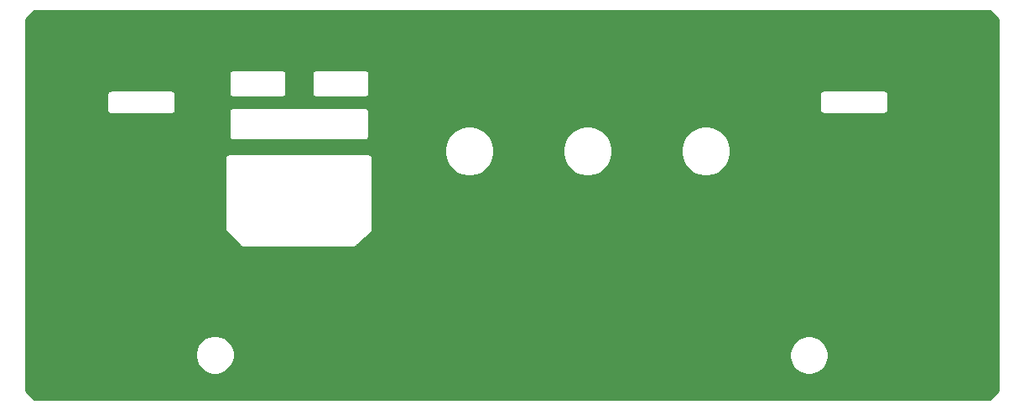
<source format=gbr>
%TF.GenerationSoftware,KiCad,Pcbnew,(5.1.9)-1*%
%TF.CreationDate,2021-11-23T16:03:36+00:00*%
%TF.ProjectId,RGBtoHDMI Amiga Denise CPLD FFC - CDTV Video Slot - Face Plate,52474274-6f48-4444-9d49-20416d696761,1*%
%TF.SameCoordinates,Original*%
%TF.FileFunction,Copper,L2,Bot*%
%TF.FilePolarity,Positive*%
%FSLAX46Y46*%
G04 Gerber Fmt 4.6, Leading zero omitted, Abs format (unit mm)*
G04 Created by KiCad (PCBNEW (5.1.9)-1) date 2021-11-23 16:03:36*
%MOMM*%
%LPD*%
G01*
G04 APERTURE LIST*
%TA.AperFunction,NonConductor*%
%ADD10C,0.254000*%
%TD*%
%TA.AperFunction,NonConductor*%
%ADD11C,0.100000*%
%TD*%
G04 APERTURE END LIST*
D10*
X168592900Y-61276461D02*
X168592901Y-98747990D01*
X167717240Y-99593800D01*
X71254209Y-99593800D01*
X70408400Y-98718140D01*
X70408400Y-94940589D01*
X87528600Y-94940589D01*
X87528600Y-95330811D01*
X87604729Y-95713536D01*
X87754061Y-96074055D01*
X87970857Y-96398514D01*
X88246786Y-96674443D01*
X88571245Y-96891239D01*
X88931764Y-97040571D01*
X89314489Y-97116700D01*
X89704711Y-97116700D01*
X90087436Y-97040571D01*
X90447955Y-96891239D01*
X90772414Y-96674443D01*
X91048343Y-96398514D01*
X91265139Y-96074055D01*
X91414471Y-95713536D01*
X91490600Y-95330811D01*
X91490600Y-94978689D01*
X147498000Y-94978689D01*
X147498000Y-95368911D01*
X147574129Y-95751636D01*
X147723461Y-96112155D01*
X147940257Y-96436614D01*
X148216186Y-96712543D01*
X148540645Y-96929339D01*
X148901164Y-97078671D01*
X149283889Y-97154800D01*
X149674111Y-97154800D01*
X150056836Y-97078671D01*
X150417355Y-96929339D01*
X150741814Y-96712543D01*
X151017743Y-96436614D01*
X151234539Y-96112155D01*
X151383871Y-95751636D01*
X151460000Y-95368911D01*
X151460000Y-94978689D01*
X151383871Y-94595964D01*
X151234539Y-94235445D01*
X151017743Y-93910986D01*
X150741814Y-93635057D01*
X150417355Y-93418261D01*
X150056836Y-93268929D01*
X149674111Y-93192800D01*
X149283889Y-93192800D01*
X148901164Y-93268929D01*
X148540645Y-93418261D01*
X148216186Y-93635057D01*
X147940257Y-93910986D01*
X147723461Y-94235445D01*
X147574129Y-94595964D01*
X147498000Y-94978689D01*
X91490600Y-94978689D01*
X91490600Y-94940589D01*
X91414471Y-94557864D01*
X91265139Y-94197345D01*
X91048343Y-93872886D01*
X90772414Y-93596957D01*
X90447955Y-93380161D01*
X90087436Y-93230829D01*
X89704711Y-93154700D01*
X89314489Y-93154700D01*
X88931764Y-93230829D01*
X88571245Y-93380161D01*
X88246786Y-93596957D01*
X87970857Y-93872886D01*
X87754061Y-94197345D01*
X87604729Y-94557864D01*
X87528600Y-94940589D01*
X70408400Y-94940589D01*
X70408400Y-75234800D01*
X90524036Y-75234800D01*
X90526001Y-75254751D01*
X90526000Y-82453867D01*
X90524037Y-82473800D01*
X90526000Y-82493733D01*
X90526000Y-82493740D01*
X90531875Y-82553389D01*
X90555090Y-82629920D01*
X90592790Y-82700452D01*
X90643526Y-82762274D01*
X90659024Y-82774993D01*
X92027816Y-84143786D01*
X92040526Y-84159274D01*
X92102347Y-84210010D01*
X92172879Y-84247710D01*
X92226194Y-84263883D01*
X92249409Y-84270925D01*
X92256904Y-84271663D01*
X92309059Y-84276800D01*
X92309066Y-84276800D01*
X92328999Y-84278763D01*
X92348932Y-84276800D01*
X103476212Y-84276800D01*
X103487280Y-84278378D01*
X103516095Y-84276800D01*
X103524941Y-84276800D01*
X103536018Y-84275709D01*
X103567134Y-84274005D01*
X103575746Y-84271796D01*
X103584590Y-84270925D01*
X103614417Y-84261877D01*
X103644602Y-84254135D01*
X103652612Y-84250291D01*
X103661121Y-84247710D01*
X103688626Y-84233008D01*
X103716704Y-84219534D01*
X103723807Y-84214204D01*
X103731653Y-84210010D01*
X103755758Y-84190227D01*
X103764644Y-84183559D01*
X103771150Y-84177595D01*
X103793474Y-84159274D01*
X103800573Y-84150624D01*
X105295162Y-82780586D01*
X105317474Y-82762274D01*
X105337243Y-82738186D01*
X105358044Y-82714974D01*
X105362570Y-82707325D01*
X105368210Y-82700453D01*
X105382903Y-82672965D01*
X105398772Y-82646147D01*
X105401719Y-82637762D01*
X105405910Y-82629921D01*
X105414958Y-82600095D01*
X105425290Y-82570696D01*
X105426544Y-82561897D01*
X105429125Y-82553390D01*
X105432181Y-82522361D01*
X105436578Y-82491521D01*
X105435000Y-82462712D01*
X105435000Y-75254741D01*
X105436964Y-75234800D01*
X105429125Y-75155210D01*
X105405910Y-75078679D01*
X105368210Y-75008147D01*
X105317474Y-74946326D01*
X105255653Y-74895590D01*
X105185121Y-74857890D01*
X105108590Y-74834675D01*
X105048941Y-74828800D01*
X105048940Y-74828800D01*
X105029000Y-74826836D01*
X105009059Y-74828800D01*
X90951941Y-74828800D01*
X90932000Y-74826836D01*
X90912060Y-74828800D01*
X90912059Y-74828800D01*
X90852410Y-74834675D01*
X90775879Y-74857890D01*
X90705347Y-74895590D01*
X90643526Y-74946326D01*
X90592790Y-75008147D01*
X90555090Y-75078679D01*
X90531875Y-75155210D01*
X90524036Y-75234800D01*
X70408400Y-75234800D01*
X70408400Y-74299718D01*
X112658000Y-74299718D01*
X112658000Y-74798282D01*
X112755265Y-75287265D01*
X112946057Y-75747878D01*
X113223044Y-76162418D01*
X113575582Y-76514956D01*
X113990122Y-76791943D01*
X114450735Y-76982735D01*
X114939718Y-77080000D01*
X115438282Y-77080000D01*
X115927265Y-76982735D01*
X116387878Y-76791943D01*
X116802418Y-76514956D01*
X117154956Y-76162418D01*
X117431943Y-75747878D01*
X117622735Y-75287265D01*
X117720000Y-74798282D01*
X117720000Y-74299718D01*
X124596000Y-74299718D01*
X124596000Y-74798282D01*
X124693265Y-75287265D01*
X124884057Y-75747878D01*
X125161044Y-76162418D01*
X125513582Y-76514956D01*
X125928122Y-76791943D01*
X126388735Y-76982735D01*
X126877718Y-77080000D01*
X127376282Y-77080000D01*
X127865265Y-76982735D01*
X128325878Y-76791943D01*
X128740418Y-76514956D01*
X129092956Y-76162418D01*
X129369943Y-75747878D01*
X129560735Y-75287265D01*
X129658000Y-74798282D01*
X129658000Y-74299718D01*
X136534000Y-74299718D01*
X136534000Y-74798282D01*
X136631265Y-75287265D01*
X136822057Y-75747878D01*
X137099044Y-76162418D01*
X137451582Y-76514956D01*
X137866122Y-76791943D01*
X138326735Y-76982735D01*
X138815718Y-77080000D01*
X139314282Y-77080000D01*
X139803265Y-76982735D01*
X140263878Y-76791943D01*
X140678418Y-76514956D01*
X141030956Y-76162418D01*
X141307943Y-75747878D01*
X141498735Y-75287265D01*
X141596000Y-74798282D01*
X141596000Y-74299718D01*
X141498735Y-73810735D01*
X141307943Y-73350122D01*
X141030956Y-72935582D01*
X140678418Y-72583044D01*
X140263878Y-72306057D01*
X139803265Y-72115265D01*
X139314282Y-72018000D01*
X138815718Y-72018000D01*
X138326735Y-72115265D01*
X137866122Y-72306057D01*
X137451582Y-72583044D01*
X137099044Y-72935582D01*
X136822057Y-73350122D01*
X136631265Y-73810735D01*
X136534000Y-74299718D01*
X129658000Y-74299718D01*
X129560735Y-73810735D01*
X129369943Y-73350122D01*
X129092956Y-72935582D01*
X128740418Y-72583044D01*
X128325878Y-72306057D01*
X127865265Y-72115265D01*
X127376282Y-72018000D01*
X126877718Y-72018000D01*
X126388735Y-72115265D01*
X125928122Y-72306057D01*
X125513582Y-72583044D01*
X125161044Y-72935582D01*
X124884057Y-73350122D01*
X124693265Y-73810735D01*
X124596000Y-74299718D01*
X117720000Y-74299718D01*
X117622735Y-73810735D01*
X117431943Y-73350122D01*
X117154956Y-72935582D01*
X116802418Y-72583044D01*
X116387878Y-72306057D01*
X115927265Y-72115265D01*
X115438282Y-72018000D01*
X114939718Y-72018000D01*
X114450735Y-72115265D01*
X113990122Y-72306057D01*
X113575582Y-72583044D01*
X113223044Y-72935582D01*
X112946057Y-73350122D01*
X112755265Y-73810735D01*
X112658000Y-74299718D01*
X70408400Y-74299718D01*
X70408400Y-68808600D01*
X78586036Y-68808600D01*
X78588000Y-68828541D01*
X78588001Y-70388849D01*
X78586036Y-70408800D01*
X78593875Y-70488390D01*
X78617090Y-70564921D01*
X78654790Y-70635453D01*
X78705526Y-70697274D01*
X78767347Y-70748010D01*
X78837879Y-70785710D01*
X78914410Y-70808925D01*
X78974059Y-70814800D01*
X78974060Y-70814800D01*
X78994000Y-70816764D01*
X79013941Y-70814800D01*
X85120859Y-70814800D01*
X85140800Y-70816764D01*
X85160740Y-70814800D01*
X85160741Y-70814800D01*
X85220390Y-70808925D01*
X85296921Y-70785710D01*
X85367453Y-70748010D01*
X85429274Y-70697274D01*
X85480010Y-70635453D01*
X85517710Y-70564921D01*
X85526543Y-70535800D01*
X90905036Y-70535800D01*
X90907000Y-70555741D01*
X90907001Y-73055849D01*
X90905036Y-73075800D01*
X90912875Y-73155390D01*
X90936090Y-73231921D01*
X90973790Y-73302453D01*
X91024526Y-73364274D01*
X91086347Y-73415010D01*
X91156879Y-73452710D01*
X91233410Y-73475925D01*
X91293059Y-73481800D01*
X91293060Y-73481800D01*
X91313000Y-73483764D01*
X91332941Y-73481800D01*
X104628060Y-73481800D01*
X104648000Y-73483764D01*
X104727590Y-73475925D01*
X104804121Y-73452710D01*
X104874653Y-73415010D01*
X104936474Y-73364274D01*
X104987210Y-73302453D01*
X105024910Y-73231921D01*
X105048125Y-73155390D01*
X105054000Y-73095741D01*
X105055964Y-73075800D01*
X105054000Y-73055859D01*
X105054000Y-70555741D01*
X105055964Y-70535800D01*
X105048125Y-70456210D01*
X105024910Y-70379679D01*
X104987210Y-70309147D01*
X104936474Y-70247326D01*
X104874653Y-70196590D01*
X104804121Y-70158890D01*
X104727590Y-70135675D01*
X104667941Y-70129800D01*
X104667940Y-70129800D01*
X104648000Y-70127836D01*
X104628059Y-70129800D01*
X91332940Y-70129800D01*
X91313000Y-70127836D01*
X91293059Y-70129800D01*
X91233410Y-70135675D01*
X91156879Y-70158890D01*
X91086347Y-70196590D01*
X91024526Y-70247326D01*
X90973790Y-70309147D01*
X90936090Y-70379679D01*
X90912875Y-70456210D01*
X90905036Y-70535800D01*
X85526543Y-70535800D01*
X85540925Y-70488390D01*
X85548764Y-70408800D01*
X85546800Y-70388859D01*
X85546800Y-68828541D01*
X85548764Y-68808600D01*
X85540925Y-68729010D01*
X85517710Y-68652479D01*
X85480010Y-68581947D01*
X85429274Y-68520126D01*
X85367453Y-68469390D01*
X85296921Y-68431690D01*
X85220390Y-68408475D01*
X85160741Y-68402600D01*
X85140800Y-68400636D01*
X85120860Y-68402600D01*
X79013940Y-68402600D01*
X78994000Y-68400636D01*
X78974059Y-68402600D01*
X78914410Y-68408475D01*
X78837879Y-68431690D01*
X78767347Y-68469390D01*
X78705526Y-68520126D01*
X78654790Y-68581947D01*
X78617090Y-68652479D01*
X78593875Y-68729010D01*
X78586036Y-68808600D01*
X70408400Y-68808600D01*
X70408400Y-66725800D01*
X90917736Y-66725800D01*
X90919700Y-66745741D01*
X90919701Y-68712449D01*
X90917736Y-68732400D01*
X90925575Y-68811990D01*
X90948790Y-68888521D01*
X90986490Y-68959053D01*
X91037226Y-69020874D01*
X91099047Y-69071610D01*
X91169579Y-69109310D01*
X91246110Y-69132525D01*
X91305759Y-69138400D01*
X91305760Y-69138400D01*
X91325700Y-69140364D01*
X91345641Y-69138400D01*
X96296859Y-69138400D01*
X96316800Y-69140364D01*
X96336740Y-69138400D01*
X96336741Y-69138400D01*
X96396390Y-69132525D01*
X96472921Y-69109310D01*
X96543453Y-69071610D01*
X96605274Y-69020874D01*
X96656010Y-68959053D01*
X96693710Y-68888521D01*
X96716925Y-68811990D01*
X96724764Y-68732400D01*
X96722800Y-68712459D01*
X96722800Y-66745741D01*
X96723513Y-66738500D01*
X99287036Y-66738500D01*
X99289000Y-66758441D01*
X99289001Y-68725149D01*
X99287036Y-68745100D01*
X99294875Y-68824690D01*
X99318090Y-68901221D01*
X99355790Y-68971753D01*
X99406526Y-69033574D01*
X99468347Y-69084310D01*
X99538879Y-69122010D01*
X99615410Y-69145225D01*
X99675059Y-69151100D01*
X99675060Y-69151100D01*
X99695000Y-69153064D01*
X99714941Y-69151100D01*
X104678859Y-69151100D01*
X104698800Y-69153064D01*
X104718740Y-69151100D01*
X104718741Y-69151100D01*
X104778390Y-69145225D01*
X104854921Y-69122010D01*
X104925453Y-69084310D01*
X104987274Y-69033574D01*
X105038010Y-68971753D01*
X105075710Y-68901221D01*
X105098925Y-68824690D01*
X105101760Y-68795900D01*
X150518836Y-68795900D01*
X150520800Y-68815841D01*
X150520801Y-70376149D01*
X150518836Y-70396100D01*
X150526675Y-70475690D01*
X150549890Y-70552221D01*
X150587590Y-70622753D01*
X150638326Y-70684574D01*
X150700147Y-70735310D01*
X150770679Y-70773010D01*
X150847210Y-70796225D01*
X150906859Y-70802100D01*
X150906860Y-70802100D01*
X150926800Y-70804064D01*
X150946741Y-70802100D01*
X157066359Y-70802100D01*
X157086300Y-70804064D01*
X157106240Y-70802100D01*
X157106241Y-70802100D01*
X157165890Y-70796225D01*
X157242421Y-70773010D01*
X157312953Y-70735310D01*
X157374774Y-70684574D01*
X157425510Y-70622753D01*
X157463210Y-70552221D01*
X157486425Y-70475690D01*
X157494264Y-70396100D01*
X157492300Y-70376159D01*
X157492300Y-68815841D01*
X157494264Y-68795900D01*
X157486425Y-68716310D01*
X157463210Y-68639779D01*
X157425510Y-68569247D01*
X157374774Y-68507426D01*
X157312953Y-68456690D01*
X157242421Y-68418990D01*
X157165890Y-68395775D01*
X157106241Y-68389900D01*
X157086300Y-68387936D01*
X157066360Y-68389900D01*
X150946740Y-68389900D01*
X150926800Y-68387936D01*
X150906859Y-68389900D01*
X150847210Y-68395775D01*
X150770679Y-68418990D01*
X150700147Y-68456690D01*
X150638326Y-68507426D01*
X150587590Y-68569247D01*
X150549890Y-68639779D01*
X150526675Y-68716310D01*
X150518836Y-68795900D01*
X105101760Y-68795900D01*
X105106764Y-68745100D01*
X105104800Y-68725159D01*
X105104800Y-66758441D01*
X105106764Y-66738500D01*
X105098925Y-66658910D01*
X105075710Y-66582379D01*
X105038010Y-66511847D01*
X104987274Y-66450026D01*
X104925453Y-66399290D01*
X104854921Y-66361590D01*
X104778390Y-66338375D01*
X104718741Y-66332500D01*
X104698800Y-66330536D01*
X104678860Y-66332500D01*
X99714940Y-66332500D01*
X99695000Y-66330536D01*
X99675059Y-66332500D01*
X99615410Y-66338375D01*
X99538879Y-66361590D01*
X99468347Y-66399290D01*
X99406526Y-66450026D01*
X99355790Y-66511847D01*
X99318090Y-66582379D01*
X99294875Y-66658910D01*
X99287036Y-66738500D01*
X96723513Y-66738500D01*
X96724764Y-66725800D01*
X96716925Y-66646210D01*
X96693710Y-66569679D01*
X96656010Y-66499147D01*
X96605274Y-66437326D01*
X96543453Y-66386590D01*
X96472921Y-66348890D01*
X96396390Y-66325675D01*
X96336741Y-66319800D01*
X96316800Y-66317836D01*
X96296860Y-66319800D01*
X91345640Y-66319800D01*
X91325700Y-66317836D01*
X91305759Y-66319800D01*
X91246110Y-66325675D01*
X91169579Y-66348890D01*
X91099047Y-66386590D01*
X91037226Y-66437326D01*
X90986490Y-66499147D01*
X90948790Y-66569679D01*
X90925575Y-66646210D01*
X90917736Y-66725800D01*
X70408400Y-66725800D01*
X70408400Y-61259308D01*
X71284084Y-60413478D01*
X167747113Y-60400822D01*
X168592900Y-61276461D01*
%TA.AperFunction,NonConductor*%
D11*
G36*
X168592900Y-61276461D02*
G01*
X168592901Y-98747990D01*
X167717240Y-99593800D01*
X71254209Y-99593800D01*
X70408400Y-98718140D01*
X70408400Y-94940589D01*
X87528600Y-94940589D01*
X87528600Y-95330811D01*
X87604729Y-95713536D01*
X87754061Y-96074055D01*
X87970857Y-96398514D01*
X88246786Y-96674443D01*
X88571245Y-96891239D01*
X88931764Y-97040571D01*
X89314489Y-97116700D01*
X89704711Y-97116700D01*
X90087436Y-97040571D01*
X90447955Y-96891239D01*
X90772414Y-96674443D01*
X91048343Y-96398514D01*
X91265139Y-96074055D01*
X91414471Y-95713536D01*
X91490600Y-95330811D01*
X91490600Y-94978689D01*
X147498000Y-94978689D01*
X147498000Y-95368911D01*
X147574129Y-95751636D01*
X147723461Y-96112155D01*
X147940257Y-96436614D01*
X148216186Y-96712543D01*
X148540645Y-96929339D01*
X148901164Y-97078671D01*
X149283889Y-97154800D01*
X149674111Y-97154800D01*
X150056836Y-97078671D01*
X150417355Y-96929339D01*
X150741814Y-96712543D01*
X151017743Y-96436614D01*
X151234539Y-96112155D01*
X151383871Y-95751636D01*
X151460000Y-95368911D01*
X151460000Y-94978689D01*
X151383871Y-94595964D01*
X151234539Y-94235445D01*
X151017743Y-93910986D01*
X150741814Y-93635057D01*
X150417355Y-93418261D01*
X150056836Y-93268929D01*
X149674111Y-93192800D01*
X149283889Y-93192800D01*
X148901164Y-93268929D01*
X148540645Y-93418261D01*
X148216186Y-93635057D01*
X147940257Y-93910986D01*
X147723461Y-94235445D01*
X147574129Y-94595964D01*
X147498000Y-94978689D01*
X91490600Y-94978689D01*
X91490600Y-94940589D01*
X91414471Y-94557864D01*
X91265139Y-94197345D01*
X91048343Y-93872886D01*
X90772414Y-93596957D01*
X90447955Y-93380161D01*
X90087436Y-93230829D01*
X89704711Y-93154700D01*
X89314489Y-93154700D01*
X88931764Y-93230829D01*
X88571245Y-93380161D01*
X88246786Y-93596957D01*
X87970857Y-93872886D01*
X87754061Y-94197345D01*
X87604729Y-94557864D01*
X87528600Y-94940589D01*
X70408400Y-94940589D01*
X70408400Y-75234800D01*
X90524036Y-75234800D01*
X90526001Y-75254751D01*
X90526000Y-82453867D01*
X90524037Y-82473800D01*
X90526000Y-82493733D01*
X90526000Y-82493740D01*
X90531875Y-82553389D01*
X90555090Y-82629920D01*
X90592790Y-82700452D01*
X90643526Y-82762274D01*
X90659024Y-82774993D01*
X92027816Y-84143786D01*
X92040526Y-84159274D01*
X92102347Y-84210010D01*
X92172879Y-84247710D01*
X92226194Y-84263883D01*
X92249409Y-84270925D01*
X92256904Y-84271663D01*
X92309059Y-84276800D01*
X92309066Y-84276800D01*
X92328999Y-84278763D01*
X92348932Y-84276800D01*
X103476212Y-84276800D01*
X103487280Y-84278378D01*
X103516095Y-84276800D01*
X103524941Y-84276800D01*
X103536018Y-84275709D01*
X103567134Y-84274005D01*
X103575746Y-84271796D01*
X103584590Y-84270925D01*
X103614417Y-84261877D01*
X103644602Y-84254135D01*
X103652612Y-84250291D01*
X103661121Y-84247710D01*
X103688626Y-84233008D01*
X103716704Y-84219534D01*
X103723807Y-84214204D01*
X103731653Y-84210010D01*
X103755758Y-84190227D01*
X103764644Y-84183559D01*
X103771150Y-84177595D01*
X103793474Y-84159274D01*
X103800573Y-84150624D01*
X105295162Y-82780586D01*
X105317474Y-82762274D01*
X105337243Y-82738186D01*
X105358044Y-82714974D01*
X105362570Y-82707325D01*
X105368210Y-82700453D01*
X105382903Y-82672965D01*
X105398772Y-82646147D01*
X105401719Y-82637762D01*
X105405910Y-82629921D01*
X105414958Y-82600095D01*
X105425290Y-82570696D01*
X105426544Y-82561897D01*
X105429125Y-82553390D01*
X105432181Y-82522361D01*
X105436578Y-82491521D01*
X105435000Y-82462712D01*
X105435000Y-75254741D01*
X105436964Y-75234800D01*
X105429125Y-75155210D01*
X105405910Y-75078679D01*
X105368210Y-75008147D01*
X105317474Y-74946326D01*
X105255653Y-74895590D01*
X105185121Y-74857890D01*
X105108590Y-74834675D01*
X105048941Y-74828800D01*
X105048940Y-74828800D01*
X105029000Y-74826836D01*
X105009059Y-74828800D01*
X90951941Y-74828800D01*
X90932000Y-74826836D01*
X90912060Y-74828800D01*
X90912059Y-74828800D01*
X90852410Y-74834675D01*
X90775879Y-74857890D01*
X90705347Y-74895590D01*
X90643526Y-74946326D01*
X90592790Y-75008147D01*
X90555090Y-75078679D01*
X90531875Y-75155210D01*
X90524036Y-75234800D01*
X70408400Y-75234800D01*
X70408400Y-74299718D01*
X112658000Y-74299718D01*
X112658000Y-74798282D01*
X112755265Y-75287265D01*
X112946057Y-75747878D01*
X113223044Y-76162418D01*
X113575582Y-76514956D01*
X113990122Y-76791943D01*
X114450735Y-76982735D01*
X114939718Y-77080000D01*
X115438282Y-77080000D01*
X115927265Y-76982735D01*
X116387878Y-76791943D01*
X116802418Y-76514956D01*
X117154956Y-76162418D01*
X117431943Y-75747878D01*
X117622735Y-75287265D01*
X117720000Y-74798282D01*
X117720000Y-74299718D01*
X124596000Y-74299718D01*
X124596000Y-74798282D01*
X124693265Y-75287265D01*
X124884057Y-75747878D01*
X125161044Y-76162418D01*
X125513582Y-76514956D01*
X125928122Y-76791943D01*
X126388735Y-76982735D01*
X126877718Y-77080000D01*
X127376282Y-77080000D01*
X127865265Y-76982735D01*
X128325878Y-76791943D01*
X128740418Y-76514956D01*
X129092956Y-76162418D01*
X129369943Y-75747878D01*
X129560735Y-75287265D01*
X129658000Y-74798282D01*
X129658000Y-74299718D01*
X136534000Y-74299718D01*
X136534000Y-74798282D01*
X136631265Y-75287265D01*
X136822057Y-75747878D01*
X137099044Y-76162418D01*
X137451582Y-76514956D01*
X137866122Y-76791943D01*
X138326735Y-76982735D01*
X138815718Y-77080000D01*
X139314282Y-77080000D01*
X139803265Y-76982735D01*
X140263878Y-76791943D01*
X140678418Y-76514956D01*
X141030956Y-76162418D01*
X141307943Y-75747878D01*
X141498735Y-75287265D01*
X141596000Y-74798282D01*
X141596000Y-74299718D01*
X141498735Y-73810735D01*
X141307943Y-73350122D01*
X141030956Y-72935582D01*
X140678418Y-72583044D01*
X140263878Y-72306057D01*
X139803265Y-72115265D01*
X139314282Y-72018000D01*
X138815718Y-72018000D01*
X138326735Y-72115265D01*
X137866122Y-72306057D01*
X137451582Y-72583044D01*
X137099044Y-72935582D01*
X136822057Y-73350122D01*
X136631265Y-73810735D01*
X136534000Y-74299718D01*
X129658000Y-74299718D01*
X129560735Y-73810735D01*
X129369943Y-73350122D01*
X129092956Y-72935582D01*
X128740418Y-72583044D01*
X128325878Y-72306057D01*
X127865265Y-72115265D01*
X127376282Y-72018000D01*
X126877718Y-72018000D01*
X126388735Y-72115265D01*
X125928122Y-72306057D01*
X125513582Y-72583044D01*
X125161044Y-72935582D01*
X124884057Y-73350122D01*
X124693265Y-73810735D01*
X124596000Y-74299718D01*
X117720000Y-74299718D01*
X117622735Y-73810735D01*
X117431943Y-73350122D01*
X117154956Y-72935582D01*
X116802418Y-72583044D01*
X116387878Y-72306057D01*
X115927265Y-72115265D01*
X115438282Y-72018000D01*
X114939718Y-72018000D01*
X114450735Y-72115265D01*
X113990122Y-72306057D01*
X113575582Y-72583044D01*
X113223044Y-72935582D01*
X112946057Y-73350122D01*
X112755265Y-73810735D01*
X112658000Y-74299718D01*
X70408400Y-74299718D01*
X70408400Y-68808600D01*
X78586036Y-68808600D01*
X78588000Y-68828541D01*
X78588001Y-70388849D01*
X78586036Y-70408800D01*
X78593875Y-70488390D01*
X78617090Y-70564921D01*
X78654790Y-70635453D01*
X78705526Y-70697274D01*
X78767347Y-70748010D01*
X78837879Y-70785710D01*
X78914410Y-70808925D01*
X78974059Y-70814800D01*
X78974060Y-70814800D01*
X78994000Y-70816764D01*
X79013941Y-70814800D01*
X85120859Y-70814800D01*
X85140800Y-70816764D01*
X85160740Y-70814800D01*
X85160741Y-70814800D01*
X85220390Y-70808925D01*
X85296921Y-70785710D01*
X85367453Y-70748010D01*
X85429274Y-70697274D01*
X85480010Y-70635453D01*
X85517710Y-70564921D01*
X85526543Y-70535800D01*
X90905036Y-70535800D01*
X90907000Y-70555741D01*
X90907001Y-73055849D01*
X90905036Y-73075800D01*
X90912875Y-73155390D01*
X90936090Y-73231921D01*
X90973790Y-73302453D01*
X91024526Y-73364274D01*
X91086347Y-73415010D01*
X91156879Y-73452710D01*
X91233410Y-73475925D01*
X91293059Y-73481800D01*
X91293060Y-73481800D01*
X91313000Y-73483764D01*
X91332941Y-73481800D01*
X104628060Y-73481800D01*
X104648000Y-73483764D01*
X104727590Y-73475925D01*
X104804121Y-73452710D01*
X104874653Y-73415010D01*
X104936474Y-73364274D01*
X104987210Y-73302453D01*
X105024910Y-73231921D01*
X105048125Y-73155390D01*
X105054000Y-73095741D01*
X105055964Y-73075800D01*
X105054000Y-73055859D01*
X105054000Y-70555741D01*
X105055964Y-70535800D01*
X105048125Y-70456210D01*
X105024910Y-70379679D01*
X104987210Y-70309147D01*
X104936474Y-70247326D01*
X104874653Y-70196590D01*
X104804121Y-70158890D01*
X104727590Y-70135675D01*
X104667941Y-70129800D01*
X104667940Y-70129800D01*
X104648000Y-70127836D01*
X104628059Y-70129800D01*
X91332940Y-70129800D01*
X91313000Y-70127836D01*
X91293059Y-70129800D01*
X91233410Y-70135675D01*
X91156879Y-70158890D01*
X91086347Y-70196590D01*
X91024526Y-70247326D01*
X90973790Y-70309147D01*
X90936090Y-70379679D01*
X90912875Y-70456210D01*
X90905036Y-70535800D01*
X85526543Y-70535800D01*
X85540925Y-70488390D01*
X85548764Y-70408800D01*
X85546800Y-70388859D01*
X85546800Y-68828541D01*
X85548764Y-68808600D01*
X85540925Y-68729010D01*
X85517710Y-68652479D01*
X85480010Y-68581947D01*
X85429274Y-68520126D01*
X85367453Y-68469390D01*
X85296921Y-68431690D01*
X85220390Y-68408475D01*
X85160741Y-68402600D01*
X85140800Y-68400636D01*
X85120860Y-68402600D01*
X79013940Y-68402600D01*
X78994000Y-68400636D01*
X78974059Y-68402600D01*
X78914410Y-68408475D01*
X78837879Y-68431690D01*
X78767347Y-68469390D01*
X78705526Y-68520126D01*
X78654790Y-68581947D01*
X78617090Y-68652479D01*
X78593875Y-68729010D01*
X78586036Y-68808600D01*
X70408400Y-68808600D01*
X70408400Y-66725800D01*
X90917736Y-66725800D01*
X90919700Y-66745741D01*
X90919701Y-68712449D01*
X90917736Y-68732400D01*
X90925575Y-68811990D01*
X90948790Y-68888521D01*
X90986490Y-68959053D01*
X91037226Y-69020874D01*
X91099047Y-69071610D01*
X91169579Y-69109310D01*
X91246110Y-69132525D01*
X91305759Y-69138400D01*
X91305760Y-69138400D01*
X91325700Y-69140364D01*
X91345641Y-69138400D01*
X96296859Y-69138400D01*
X96316800Y-69140364D01*
X96336740Y-69138400D01*
X96336741Y-69138400D01*
X96396390Y-69132525D01*
X96472921Y-69109310D01*
X96543453Y-69071610D01*
X96605274Y-69020874D01*
X96656010Y-68959053D01*
X96693710Y-68888521D01*
X96716925Y-68811990D01*
X96724764Y-68732400D01*
X96722800Y-68712459D01*
X96722800Y-66745741D01*
X96723513Y-66738500D01*
X99287036Y-66738500D01*
X99289000Y-66758441D01*
X99289001Y-68725149D01*
X99287036Y-68745100D01*
X99294875Y-68824690D01*
X99318090Y-68901221D01*
X99355790Y-68971753D01*
X99406526Y-69033574D01*
X99468347Y-69084310D01*
X99538879Y-69122010D01*
X99615410Y-69145225D01*
X99675059Y-69151100D01*
X99675060Y-69151100D01*
X99695000Y-69153064D01*
X99714941Y-69151100D01*
X104678859Y-69151100D01*
X104698800Y-69153064D01*
X104718740Y-69151100D01*
X104718741Y-69151100D01*
X104778390Y-69145225D01*
X104854921Y-69122010D01*
X104925453Y-69084310D01*
X104987274Y-69033574D01*
X105038010Y-68971753D01*
X105075710Y-68901221D01*
X105098925Y-68824690D01*
X105101760Y-68795900D01*
X150518836Y-68795900D01*
X150520800Y-68815841D01*
X150520801Y-70376149D01*
X150518836Y-70396100D01*
X150526675Y-70475690D01*
X150549890Y-70552221D01*
X150587590Y-70622753D01*
X150638326Y-70684574D01*
X150700147Y-70735310D01*
X150770679Y-70773010D01*
X150847210Y-70796225D01*
X150906859Y-70802100D01*
X150906860Y-70802100D01*
X150926800Y-70804064D01*
X150946741Y-70802100D01*
X157066359Y-70802100D01*
X157086300Y-70804064D01*
X157106240Y-70802100D01*
X157106241Y-70802100D01*
X157165890Y-70796225D01*
X157242421Y-70773010D01*
X157312953Y-70735310D01*
X157374774Y-70684574D01*
X157425510Y-70622753D01*
X157463210Y-70552221D01*
X157486425Y-70475690D01*
X157494264Y-70396100D01*
X157492300Y-70376159D01*
X157492300Y-68815841D01*
X157494264Y-68795900D01*
X157486425Y-68716310D01*
X157463210Y-68639779D01*
X157425510Y-68569247D01*
X157374774Y-68507426D01*
X157312953Y-68456690D01*
X157242421Y-68418990D01*
X157165890Y-68395775D01*
X157106241Y-68389900D01*
X157086300Y-68387936D01*
X157066360Y-68389900D01*
X150946740Y-68389900D01*
X150926800Y-68387936D01*
X150906859Y-68389900D01*
X150847210Y-68395775D01*
X150770679Y-68418990D01*
X150700147Y-68456690D01*
X150638326Y-68507426D01*
X150587590Y-68569247D01*
X150549890Y-68639779D01*
X150526675Y-68716310D01*
X150518836Y-68795900D01*
X105101760Y-68795900D01*
X105106764Y-68745100D01*
X105104800Y-68725159D01*
X105104800Y-66758441D01*
X105106764Y-66738500D01*
X105098925Y-66658910D01*
X105075710Y-66582379D01*
X105038010Y-66511847D01*
X104987274Y-66450026D01*
X104925453Y-66399290D01*
X104854921Y-66361590D01*
X104778390Y-66338375D01*
X104718741Y-66332500D01*
X104698800Y-66330536D01*
X104678860Y-66332500D01*
X99714940Y-66332500D01*
X99695000Y-66330536D01*
X99675059Y-66332500D01*
X99615410Y-66338375D01*
X99538879Y-66361590D01*
X99468347Y-66399290D01*
X99406526Y-66450026D01*
X99355790Y-66511847D01*
X99318090Y-66582379D01*
X99294875Y-66658910D01*
X99287036Y-66738500D01*
X96723513Y-66738500D01*
X96724764Y-66725800D01*
X96716925Y-66646210D01*
X96693710Y-66569679D01*
X96656010Y-66499147D01*
X96605274Y-66437326D01*
X96543453Y-66386590D01*
X96472921Y-66348890D01*
X96396390Y-66325675D01*
X96336741Y-66319800D01*
X96316800Y-66317836D01*
X96296860Y-66319800D01*
X91345640Y-66319800D01*
X91325700Y-66317836D01*
X91305759Y-66319800D01*
X91246110Y-66325675D01*
X91169579Y-66348890D01*
X91099047Y-66386590D01*
X91037226Y-66437326D01*
X90986490Y-66499147D01*
X90948790Y-66569679D01*
X90925575Y-66646210D01*
X90917736Y-66725800D01*
X70408400Y-66725800D01*
X70408400Y-61259308D01*
X71284084Y-60413478D01*
X167747113Y-60400822D01*
X168592900Y-61276461D01*
G37*
%TD.AperFunction*%
M02*

</source>
